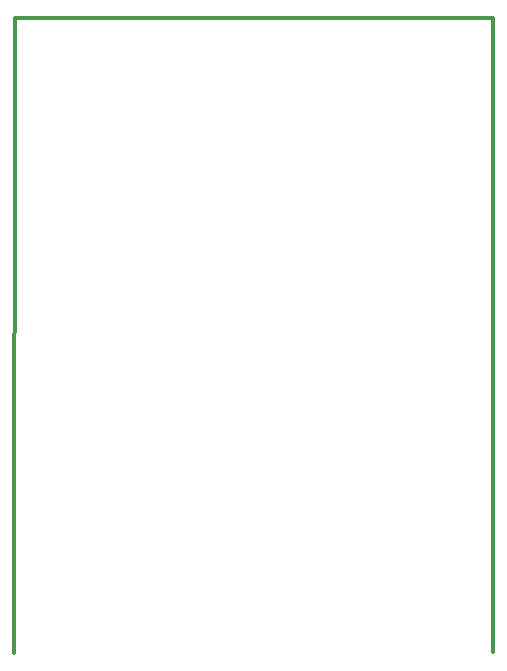
<source format=gbr>
%FSLAX34Y34*%
%MOMM*%
%LNOUTLINE*%
G71*
G01*
%ADD10C,0.300*%
%LPD*%
G54D10*
X-407064Y543D02*
X-405873Y538308D01*
G54D10*
X-405873Y538308D02*
X-1458Y538705D01*
G54D10*
X-1097Y1333D02*
X-1458Y538705D01*
M02*

</source>
